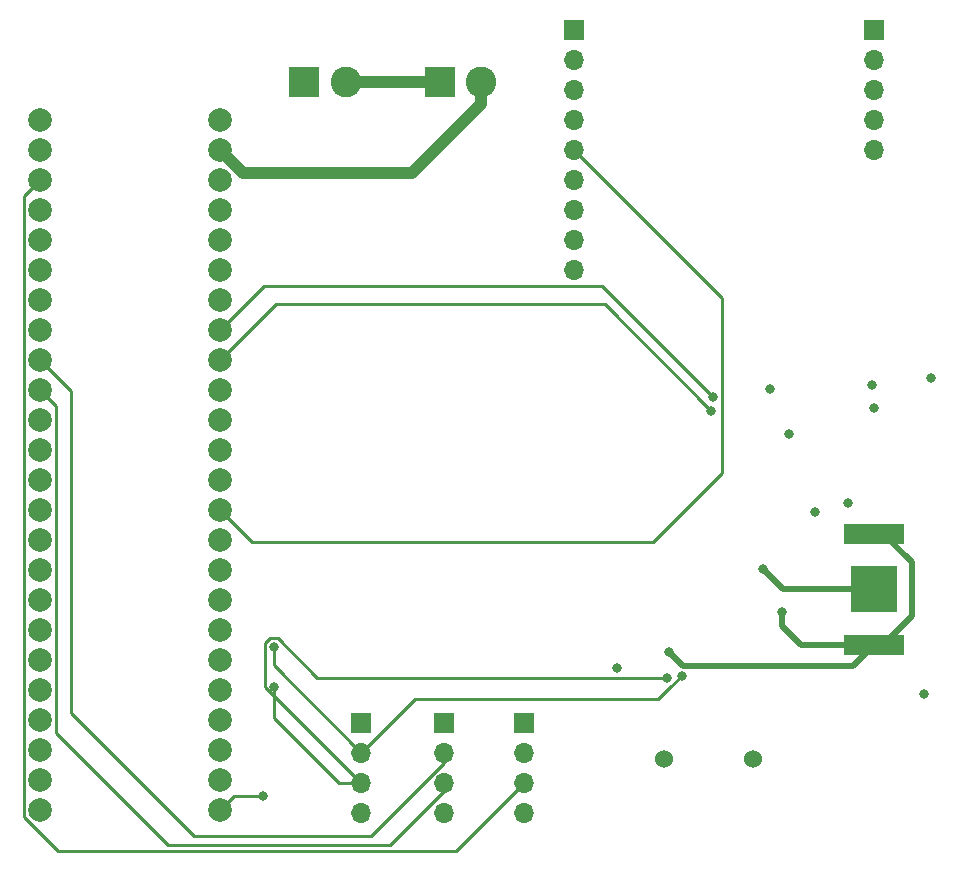
<source format=gbr>
%TF.GenerationSoftware,KiCad,Pcbnew,7.0.7*%
%TF.CreationDate,2024-02-14T21:09:05-05:00*%
%TF.ProjectId,Unified_Board,556e6966-6965-4645-9f42-6f6172642e6b,rev?*%
%TF.SameCoordinates,Original*%
%TF.FileFunction,Copper,L4,Bot*%
%TF.FilePolarity,Positive*%
%FSLAX46Y46*%
G04 Gerber Fmt 4.6, Leading zero omitted, Abs format (unit mm)*
G04 Created by KiCad (PCBNEW 7.0.7) date 2024-02-14 21:09:05*
%MOMM*%
%LPD*%
G01*
G04 APERTURE LIST*
%TA.AperFunction,ComponentPad*%
%ADD10R,1.700000X1.700000*%
%TD*%
%TA.AperFunction,ComponentPad*%
%ADD11O,1.700000X1.700000*%
%TD*%
%TA.AperFunction,ComponentPad*%
%ADD12R,2.600000X2.600000*%
%TD*%
%TA.AperFunction,ComponentPad*%
%ADD13C,2.600000*%
%TD*%
%TA.AperFunction,ComponentPad*%
%ADD14C,1.524000*%
%TD*%
%TA.AperFunction,ComponentPad*%
%ADD15C,2.000000*%
%TD*%
%TA.AperFunction,SMDPad,CuDef*%
%ADD16R,5.080000X1.780000*%
%TD*%
%TA.AperFunction,SMDPad,CuDef*%
%ADD17R,3.960000X3.960000*%
%TD*%
%TA.AperFunction,ViaPad*%
%ADD18C,0.800000*%
%TD*%
%TA.AperFunction,Conductor*%
%ADD19C,0.250000*%
%TD*%
%TA.AperFunction,Conductor*%
%ADD20C,0.500000*%
%TD*%
%TA.AperFunction,Conductor*%
%ADD21C,1.000000*%
%TD*%
G04 APERTURE END LIST*
D10*
%TO.P,J3,1,Pin_1*%
%TO.N,/3.3V*%
X107600000Y-96000000D03*
D11*
%TO.P,J3,2,Pin_2*%
%TO.N,/SCL*%
X107600000Y-98540000D03*
%TO.P,J3,3,Pin_3*%
%TO.N,/SDA*%
X107600000Y-101080000D03*
%TO.P,J3,4,Pin_4*%
%TO.N,GND*%
X107600000Y-103620000D03*
%TD*%
D12*
%TO.P,J1,1,Pin_1*%
%TO.N,Net-(J1-Pin_1)*%
X102750000Y-41750000D03*
D13*
%TO.P,J1,2,Pin_2*%
%TO.N,Net-(J1-Pin_2)*%
X106250000Y-41750000D03*
%TD*%
D12*
%TO.P,J7,1,Pin_1*%
%TO.N,Net-(J1-Pin_2)*%
X114250000Y-41750000D03*
D13*
%TO.P,J7,2,Pin_2*%
%TO.N,Net-(D6-K)*%
X117750000Y-41750000D03*
%TD*%
D10*
%TO.P,J2,1,Pin_1*%
%TO.N,/3.3V*%
X114600000Y-96000000D03*
D11*
%TO.P,J2,2,Pin_2*%
%TO.N,/Breakout_RX2*%
X114600000Y-98540000D03*
%TO.P,J2,3,Pin_3*%
%TO.N,/Breakout_TX2*%
X114600000Y-101080000D03*
%TO.P,J2,4,Pin_4*%
%TO.N,GND*%
X114600000Y-103620000D03*
%TD*%
D10*
%TO.P,J4,1,Pin_1*%
%TO.N,/3.3V*%
X121400000Y-96000000D03*
D11*
%TO.P,J4,2,Pin_2*%
%TO.N,/Breakout_RX1*%
X121400000Y-98540000D03*
%TO.P,J4,3,Pin_3*%
%TO.N,/Breakout_TX1*%
X121400000Y-101080000D03*
%TO.P,J4,4,Pin_4*%
%TO.N,GND*%
X121400000Y-103620000D03*
%TD*%
D10*
%TO.P,J5,1,Pin_1*%
%TO.N,unconnected-(J5-Pin_1-Pad1)*%
X151000000Y-37380000D03*
D11*
%TO.P,J5,2,Pin_2*%
%TO.N,unconnected-(J5-Pin_2-Pad2)*%
X151000000Y-39920000D03*
%TO.P,J5,3,Pin_3*%
%TO.N,unconnected-(J5-Pin_3-Pad3)*%
X151000000Y-42460000D03*
%TO.P,J5,4,Pin_4*%
%TO.N,unconnected-(J5-Pin_4-Pad4)*%
X151000000Y-45000000D03*
%TO.P,J5,5,Pin_5*%
%TO.N,unconnected-(J5-Pin_5-Pad5)*%
X151000000Y-47540000D03*
%TD*%
D10*
%TO.P,J6,1,Pin_1*%
%TO.N,/3.3V*%
X125600000Y-37380000D03*
D11*
%TO.P,J6,2,Pin_2*%
%TO.N,GND*%
X125600000Y-39920000D03*
%TO.P,J6,3,Pin_3*%
%TO.N,unconnected-(J6-Pin_3-Pad3)*%
X125600000Y-42460000D03*
%TO.P,J6,4,Pin_4*%
%TO.N,/Radio_INT*%
X125600000Y-45000000D03*
%TO.P,J6,5,Pin_5*%
%TO.N,/Radio_SCK*%
X125600000Y-47540000D03*
%TO.P,J6,6,Pin_6*%
%TO.N,/Radio_MISO*%
X125600000Y-50080000D03*
%TO.P,J6,7,Pin_7*%
%TO.N,/Radio_MOSI*%
X125600000Y-52620000D03*
%TO.P,J6,8,Pin_8*%
%TO.N,/Radio_CS*%
X125600000Y-55160000D03*
%TO.P,J6,9,Pin_9*%
%TO.N,/Radio_RST*%
X125600000Y-57700000D03*
%TD*%
D14*
%TO.P,BZ1,1,-*%
%TO.N,Net-(BZ1--)*%
X133250000Y-99100000D03*
%TO.P,BZ1,2,+*%
%TO.N,GND*%
X140750000Y-99100000D03*
%TD*%
D15*
%TO.P,Teensy4.1,0,GND*%
%TO.N,GND*%
X80380000Y-44990000D03*
%TO.P,Teensy4.1,1,RX1*%
%TO.N,/Breakout_RX1*%
X80380000Y-47530000D03*
%TO.P,Teensy4.1,2,TX1*%
%TO.N,/Breakout_TX1*%
X80380000Y-50070000D03*
%TO.P,Teensy4.1,3,PWM*%
%TO.N,unconnected-(Teensy4.1-PWM-Pad3)*%
X80380000Y-52610000D03*
%TO.P,Teensy4.1,4,PWM*%
%TO.N,unconnected-(Teensy4.1-PWM-Pad4)*%
X80380000Y-55150000D03*
%TO.P,Teensy4.1,5,PWM*%
%TO.N,unconnected-(Teensy4.1-PWM-Pad5)*%
X80380000Y-57690000D03*
%TO.P,Teensy4.1,6,PWM*%
%TO.N,unconnected-(Teensy4.1-PWM-Pad6)*%
X80380000Y-60230000D03*
%TO.P,Teensy4.1,7,PWM*%
%TO.N,unconnected-(Teensy4.1-PWM-Pad7)*%
X80380000Y-62770000D03*
%TO.P,Teensy4.1,8,RX2*%
%TO.N,/Breakout_RX2*%
X80380000Y-65310000D03*
%TO.P,Teensy4.1,9,TX2*%
%TO.N,/Breakout_TX2*%
X80380000Y-67850000D03*
%TO.P,Teensy4.1,10,PWM*%
%TO.N,unconnected-(Teensy4.1-PWM-Pad10)*%
X80380000Y-70390000D03*
%TO.P,Teensy4.1,11,CS*%
%TO.N,/Radio_CS*%
X80380000Y-72930000D03*
%TO.P,Teensy4.1,12,MOSI*%
%TO.N,/Radio_MOSI*%
X80380000Y-75470000D03*
%TO.P,Teensy4.1,13,MISO*%
%TO.N,/Radio_MISO*%
X80380000Y-78010000D03*
%TO.P,Teensy4.1,14,3.3V*%
%TO.N,unconnected-(Teensy4.1-3.3V-Pad14)*%
X80380000Y-80550000D03*
%TO.P,Teensy4.1,15,SCL2*%
%TO.N,unconnected-(Teensy4.1-SCL2-Pad15)*%
X80380000Y-83090000D03*
%TO.P,Teensy4.1,16,SDA2*%
%TO.N,unconnected-(Teensy4.1-SDA2-Pad16)*%
X80380000Y-85630000D03*
%TO.P,Teensy4.1,17,MOSI1*%
%TO.N,unconnected-(Teensy4.1-MOSI1-Pad17)*%
X80380000Y-88170000D03*
%TO.P,Teensy4.1,18,SCK1*%
%TO.N,unconnected-(Teensy4.1-SCK1-Pad18)*%
X80380000Y-90710000D03*
%TO.P,Teensy4.1,19,RX7*%
%TO.N,unconnected-(Teensy4.1-RX7-Pad19)*%
X80380000Y-93250000D03*
%TO.P,Teensy4.1,20,TX7*%
%TO.N,unconnected-(Teensy4.1-TX7-Pad20)*%
X80380000Y-95790000D03*
%TO.P,Teensy4.1,21,GPIO*%
%TO.N,unconnected-(Teensy4.1-GPIO-Pad21)*%
X80380000Y-98330000D03*
%TO.P,Teensy4.1,22,GPIO*%
%TO.N,/Radio_INT*%
X80380000Y-100870000D03*
%TO.P,Teensy4.1,23,GPIO*%
%TO.N,/Radio_RST*%
X80380000Y-103410000D03*
%TO.P,Teensy4.1,24,PWM*%
%TO.N,Net-(BZ1--)*%
X95620000Y-103410000D03*
%TO.P,Teensy4.1,25,RX8*%
%TO.N,unconnected-(Teensy4.1-RX8-Pad25)*%
X95620000Y-100870000D03*
%TO.P,Teensy4.1,26,TX8*%
%TO.N,unconnected-(Teensy4.1-TX8-Pad26)*%
X95620000Y-98330000D03*
%TO.P,Teensy4.1,27,PWM*%
%TO.N,/BMP_I2C_ADDR*%
X95620000Y-95790000D03*
%TO.P,Teensy4.1,28,PWM*%
%TO.N,/BMP_INT*%
X95620000Y-93250000D03*
%TO.P,Teensy4.1,29,CS1*%
%TO.N,unconnected-(Teensy4.1-CS1-Pad29)*%
X95620000Y-90710000D03*
%TO.P,Teensy4.1,30,MISO*%
%TO.N,unconnected-(Teensy4.1-MISO-Pad30)*%
X95620000Y-88170000D03*
%TO.P,Teensy4.1,31,A16*%
%TO.N,unconnected-(Teensy4.1-A16-Pad31)*%
X95620000Y-85630000D03*
%TO.P,Teensy4.1,32,A17*%
%TO.N,unconnected-(Teensy4.1-A17-Pad32)*%
X95620000Y-83090000D03*
%TO.P,Teensy4.1,33,GND*%
%TO.N,unconnected-(Teensy4.1-GND-Pad33)*%
X95620000Y-80550000D03*
%TO.P,Teensy4.1,34,SCK*%
%TO.N,/Radio_SCK*%
X95620000Y-78010000D03*
%TO.P,Teensy4.1,35,A0*%
%TO.N,unconnected-(Teensy4.1-A0-Pad35)*%
X95620000Y-75470000D03*
%TO.P,Teensy4.1,36,A1*%
%TO.N,unconnected-(Teensy4.1-A1-Pad36)*%
X95620000Y-72930000D03*
%TO.P,Teensy4.1,37,A2*%
%TO.N,unconnected-(Teensy4.1-A2-Pad37)*%
X95620000Y-70390000D03*
%TO.P,Teensy4.1,38,A3*%
%TO.N,unconnected-(Teensy4.1-A3-Pad38)*%
X95620000Y-67850000D03*
%TO.P,Teensy4.1,39,SDA*%
%TO.N,/SDA*%
X95620000Y-65310000D03*
%TO.P,Teensy4.1,40,SCL*%
%TO.N,/SCL*%
X95620000Y-62770000D03*
%TO.P,Teensy4.1,41,TX5*%
%TO.N,unconnected-(Teensy4.1-TX5-Pad41)*%
X95620000Y-60230000D03*
%TO.P,Teensy4.1,42,RX5*%
%TO.N,unconnected-(Teensy4.1-RX5-Pad42)*%
X95620000Y-57690000D03*
%TO.P,Teensy4.1,43,PWM*%
%TO.N,unconnected-(Teensy4.1-PWM-Pad43)*%
X95620000Y-55150000D03*
%TO.P,Teensy4.1,44,PWM*%
%TO.N,unconnected-(Teensy4.1-PWM-Pad44)*%
X95620000Y-52610000D03*
%TO.P,Teensy4.1,45,3.3V*%
%TO.N,/3.3V*%
X95620000Y-50070000D03*
%TO.P,Teensy4.1,46,GND*%
%TO.N,Net-(D6-K)*%
X95620000Y-47530000D03*
%TO.P,Teensy4.1,47,Vin*%
%TO.N,Net-(J1-Pin_1)*%
X95620000Y-44990000D03*
%TD*%
D16*
%TO.P,BT1,1,+*%
%TO.N,/BACKUP*%
X151000000Y-89400000D03*
X151000000Y-80000000D03*
D17*
%TO.P,BT1,2,-*%
%TO.N,GND*%
X151000000Y-84700000D03*
%TD*%
D18*
%TO.N,/3.3V*%
X143800000Y-71600000D03*
X146000000Y-78200000D03*
X151000000Y-69400000D03*
X155800000Y-66800000D03*
X155200000Y-93600000D03*
%TO.N,/SCL*%
X134723090Y-92046012D03*
X100200000Y-89600000D03*
X137400000Y-68400000D03*
%TO.N,GND*%
X141600000Y-83000000D03*
X142200000Y-67800000D03*
X150800000Y-67400000D03*
X148800000Y-77400000D03*
X129200000Y-91400000D03*
%TO.N,/BACKUP*%
X143200000Y-86600000D03*
X133600000Y-90000000D03*
%TO.N,Net-(BZ1--)*%
X99250000Y-102250000D03*
%TO.N,/SDA*%
X100200000Y-93000000D03*
X133487701Y-92237701D03*
X137200000Y-69600000D03*
%TD*%
D19*
%TO.N,/SCL*%
X100200000Y-89600000D02*
X100200000Y-91140000D01*
X95620000Y-62770000D02*
X99390000Y-59000000D01*
X132750000Y-94000000D02*
X133750000Y-93000000D01*
X134703988Y-92046012D02*
X134723090Y-92046012D01*
X128000000Y-59000000D02*
X99390000Y-59000000D01*
X112140000Y-94000000D02*
X132750000Y-94000000D01*
X137400000Y-68400000D02*
X128000000Y-59000000D01*
X100200000Y-91140000D02*
X107600000Y-98540000D01*
X133750000Y-93000000D02*
X134703988Y-92046012D01*
X107600000Y-98540000D02*
X112140000Y-94000000D01*
D20*
%TO.N,GND*%
X150200000Y-84700000D02*
X143300000Y-84700000D01*
X143300000Y-84700000D02*
X141600000Y-83000000D01*
%TO.N,/BACKUP*%
X144800000Y-89400000D02*
X151000000Y-89400000D01*
X149200000Y-91200000D02*
X151000000Y-89400000D01*
X150200000Y-89400000D02*
X149800000Y-89800000D01*
X151800000Y-80000000D02*
X151000000Y-80000000D01*
X143200000Y-87800000D02*
X143200000Y-86600000D01*
X151800000Y-89400000D02*
X154200000Y-87000000D01*
X151000000Y-89400000D02*
X151800000Y-89400000D01*
X134800000Y-91200000D02*
X149200000Y-91200000D01*
X133600000Y-90000000D02*
X134800000Y-91200000D01*
X154200000Y-82400000D02*
X151800000Y-80000000D01*
X143200000Y-87800000D02*
X144800000Y-89400000D01*
X154200000Y-87000000D02*
X154200000Y-82400000D01*
D19*
%TO.N,Net-(BZ1--)*%
X96780000Y-102250000D02*
X95620000Y-103410000D01*
X99250000Y-102250000D02*
X96780000Y-102250000D01*
D21*
%TO.N,Net-(J1-Pin_2)*%
X106250000Y-41750000D02*
X114250000Y-41750000D01*
%TO.N,Net-(D6-K)*%
X117750000Y-43588477D02*
X117750000Y-41750000D01*
X95620000Y-47530000D02*
X97590000Y-49500000D01*
X111838477Y-49500000D02*
X117750000Y-43588477D01*
X97590000Y-49500000D02*
X111838477Y-49500000D01*
D19*
%TO.N,/Breakout_RX2*%
X114600000Y-98540000D02*
X114600000Y-99400000D01*
X83000000Y-67930000D02*
X80380000Y-65310000D01*
X93400000Y-105600000D02*
X83000000Y-95200000D01*
X83000000Y-95200000D02*
X83000000Y-67930000D01*
X114600000Y-99400000D02*
X108400000Y-105600000D01*
X108400000Y-105600000D02*
X93400000Y-105600000D01*
%TO.N,/Breakout_TX2*%
X114600000Y-101800000D02*
X110000000Y-106400000D01*
X91200000Y-106400000D02*
X81705000Y-96905000D01*
X110000000Y-106400000D02*
X91200000Y-106400000D01*
X114600000Y-101080000D02*
X114600000Y-101800000D01*
X81705000Y-96905000D02*
X81705000Y-69175000D01*
X81705000Y-69175000D02*
X80380000Y-67850000D01*
%TO.N,/SDA*%
X100200000Y-93000000D02*
X100200000Y-95600000D01*
X100200000Y-95600000D02*
X105680000Y-101080000D01*
X99475000Y-89299695D02*
X99475000Y-92955000D01*
X100500305Y-88875000D02*
X99899695Y-88875000D01*
X103863006Y-92237701D02*
X100500305Y-88875000D01*
X100330000Y-60600000D02*
X95620000Y-65310000D01*
X99899695Y-88875000D02*
X99475000Y-89299695D01*
X99475000Y-92955000D02*
X107600000Y-101080000D01*
X137200000Y-69600000D02*
X128200000Y-60600000D01*
X105680000Y-101080000D02*
X107600000Y-101080000D01*
X133487701Y-92237701D02*
X103863006Y-92237701D01*
X128200000Y-60600000D02*
X100330000Y-60600000D01*
%TO.N,/Breakout_TX1*%
X121400000Y-101080000D02*
X115630000Y-106850000D01*
X79055000Y-51395000D02*
X80380000Y-50070000D01*
X115630000Y-106850000D02*
X81946167Y-106850000D01*
X79055000Y-103958833D02*
X79055000Y-51395000D01*
X81946167Y-106850000D02*
X79055000Y-103958833D01*
%TO.N,/Radio_SCK*%
X138125000Y-60065000D02*
X138125000Y-74875000D01*
X138125000Y-74875000D02*
X132250000Y-80750000D01*
X125600000Y-47540000D02*
X138125000Y-60065000D01*
X98360000Y-80750000D02*
X95620000Y-78010000D01*
X132250000Y-80750000D02*
X98360000Y-80750000D01*
%TD*%
M02*

</source>
